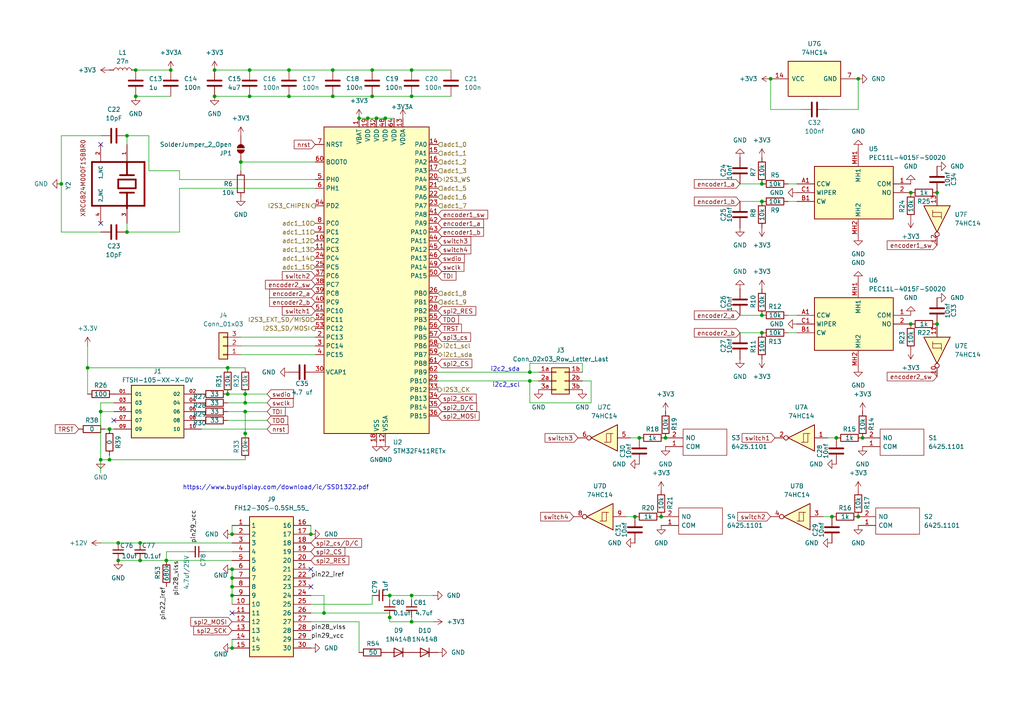
<source format=kicad_sch>
(kicad_sch (version 20231120) (generator "eeschema") (generator_version "8.0")
  (paper "A4")
  (title_block (title "stm32&IO"))
  (junction (at 264.16 55.88))
  (junction (at 113.03 172.72))
  (junction (at 119.38 180.34))
  (junction (at 36.83 67.31))
  (junction (at 96.52 27.94))
  (junction (at 72.39 20.32))
  (junction (at 17.78 53.34))
  (junction (at 49.53 20.32))
  (junction (at 67.31 172.72))
  (junction (at 69.85 46.99))
  (junction (at 71.12 125.73))
  (junction (at 83.82 20.32))
  (junction (at 184.15 149.86))
  (junction (at 39.37 20.32))
  (junction (at 67.31 165.1))
  (junction (at 71.12 116.84))
  (junction (at 107.95 20.32))
  (junction (at 271.78 93.98))
  (junction (at 62.23 27.94))
  (junction (at 96.52 20.32))
  (junction (at 104.14 34.29))
  (junction (at 31.75 124.46))
  (junction (at 39.37 27.94))
  (junction (at 25.4 106.68))
  (junction (at 185.42 127))
  (junction (at 29.21 133.35))
  (junction (at 106.68 34.29))
  (junction (at 31.75 133.35))
  (junction (at 67.31 154.94))
  (junction (at 242.57 127))
  (junction (at 191.77 149.86))
  (junction (at 109.22 34.29))
  (junction (at 111.76 34.29))
  (junction (at 153.67 110.49))
  (junction (at 67.31 167.64))
  (junction (at 113.03 179.07))
  (junction (at 153.67 107.95))
  (junction (at 67.31 170.18))
  (junction (at 93.98 177.8))
  (junction (at 71.12 114.3))
  (junction (at 48.26 162.56))
  (junction (at 248.92 149.86))
  (junction (at 40.64 157.48))
  (junction (at 264.16 93.98))
  (junction (at 71.12 119.38))
  (junction (at 107.95 27.94))
  (junction (at 119.38 20.32))
  (junction (at 66.04 114.3))
  (junction (at 220.98 91.44))
  (junction (at 34.29 162.56))
  (junction (at 29.21 119.38))
  (junction (at 220.98 53.34))
  (junction (at 90.17 154.94))
  (junction (at 40.64 162.56))
  (junction (at 271.78 55.88))
  (junction (at 62.23 20.32))
  (junction (at 83.82 27.94))
  (junction (at 119.38 27.94))
  (junction (at 193.04 127))
  (junction (at 220.98 96.52))
  (junction (at 241.3 149.86))
  (junction (at 220.98 58.42))
  (junction (at 66.04 106.68))
  (junction (at 250.19 127))
  (junction (at 119.38 172.72))
  (junction (at 67.31 187.96))
  (junction (at 34.29 157.48))
  (junction (at 36.83 39.37))
  (junction (at 248.92 22.86))
  (junction (at 72.39 27.94))
  (junction (at 223.52 22.86))
  (no_connect (at 29.21 64.77))
  (no_connect (at 90.17 170.18))
  (no_connect (at 29.21 41.91))
  (no_connect (at 33.02 121.92))
  (no_connect (at 67.31 177.8))
  (no_connect (at 90.17 165.1))
  (wire (pts (xy 43.18 39.37) (xy 36.83 39.37)))
  (wire (pts (xy 107.95 27.94) (xy 119.38 27.94)))
  (wire (pts (xy 214.63 58.42) (xy 220.98 58.42)))
  (wire (pts (xy 72.39 27.94) (xy 83.82 27.94)))
  (wire (pts (xy 90.17 175.26) (xy 107.95 175.26)))
  (wire (pts (xy 39.37 20.32) (xy 49.53 20.32)))
  (wire (pts (xy 119.38 179.07) (xy 119.38 180.34)))
  (wire (pts (xy 29.21 116.84) (xy 29.21 119.38)))
  (wire (pts (xy 90.17 152.4) (xy 90.17 154.94)))
  (wire (pts (xy 107.95 20.32) (xy 119.38 20.32)))
  (wire (pts (xy 67.31 152.4) (xy 67.31 154.94)))
  (wire (pts (xy 96.52 20.32) (xy 107.95 20.32)))
  (wire (pts (xy 69.85 102.87) (xy 91.44 102.87)))
  (wire (pts (xy 127 107.95) (xy 153.67 107.95)))
  (wire (pts (xy 91.44 52.07) (xy 52.07 52.07)))
  (wire (pts (xy 111.76 34.29) (xy 109.22 34.29)))
  (wire (pts (xy 66.04 116.84) (xy 71.12 116.84)))
  (wire (pts (xy 119.38 172.72) (xy 119.38 173.99)))
  (wire (pts (xy 71.12 119.38) (xy 71.12 125.73)))
  (wire (pts (xy 67.31 170.18) (xy 67.31 172.72)))
  (wire (pts (xy 106.68 34.29) (xy 104.14 34.29)))
  (wire (pts (xy 33.02 116.84) (xy 29.21 116.84)))
  (wire (pts (xy 93.98 172.72) (xy 93.98 177.8)))
  (wire (pts (xy 31.75 133.35) (xy 71.12 133.35)))
  (wire (pts (xy 29.21 133.35) (xy 31.75 133.35)))
  (wire (pts (xy 67.31 185.42) (xy 67.31 187.96)))
  (wire (pts (xy 111.76 34.29) (xy 114.3 34.29)))
  (wire (pts (xy 228.6 91.44) (xy 231.14 91.44)))
  (wire (pts (xy 113.03 180.34) (xy 119.38 180.34)))
  (wire (pts (xy 214.63 91.44) (xy 220.98 91.44)))
  (wire (pts (xy 171.45 116.84) (xy 153.67 116.84)))
  (wire (pts (xy 29.21 133.35) (xy 29.21 137.16)))
  (wire (pts (xy 29.21 119.38) (xy 29.21 133.35)))
  (wire (pts (xy 29.21 39.37) (xy 17.78 39.37)))
  (wire (pts (xy 153.67 105.41) (xy 153.67 107.95)))
  (wire (pts (xy 96.52 27.94) (xy 107.95 27.94)))
  (wire (pts (xy 168.91 107.95) (xy 168.91 105.41)))
  (wire (pts (xy 62.23 20.32) (xy 72.39 20.32)))
  (wire (pts (xy 62.23 27.94) (xy 72.39 27.94)))
  (wire (pts (xy 93.98 177.8) (xy 90.17 177.8)))
  (wire (pts (xy 48.26 160.02) (xy 48.26 162.56)))
  (wire (pts (xy 168.91 105.41) (xy 153.67 105.41)))
  (wire (pts (xy 153.67 116.84) (xy 153.67 110.49)))
  (wire (pts (xy 248.92 31.75) (xy 240.03 31.75)))
  (wire (pts (xy 25.4 106.68) (xy 25.4 114.3)))
  (wire (pts (xy 168.91 110.49) (xy 171.45 110.49)))
  (wire (pts (xy 43.18 49.53) (xy 43.18 39.37)))
  (wire (pts (xy 29.21 157.48) (xy 34.29 157.48)))
  (wire (pts (xy 113.03 177.8) (xy 113.03 179.07)))
  (wire (pts (xy 30.48 124.46) (xy 31.75 124.46)))
  (wire (pts (xy 69.85 100.33) (xy 91.44 100.33)))
  (wire (pts (xy 228.6 58.42) (xy 231.14 58.42)))
  (wire (pts (xy 58.42 124.46) (xy 77.47 124.46)))
  (wire (pts (xy 72.39 20.32) (xy 83.82 20.32)))
  (wire (pts (xy 36.83 39.37) (xy 36.83 41.91)))
  (wire (pts (xy 153.67 107.95) (xy 156.21 107.95)))
  (wire (pts (xy 69.85 97.79) (xy 91.44 97.79)))
  (wire (pts (xy 40.64 162.56) (xy 48.26 162.56)))
  (wire (pts (xy 67.31 172.72) (xy 67.31 175.26)))
  (wire (pts (xy 71.12 125.73) (xy 71.12 129.54)))
  (wire (pts (xy 34.29 162.56) (xy 40.64 162.56)))
  (wire (pts (xy 54.61 160.02) (xy 48.26 160.02)))
  (wire (pts (xy 106.68 34.29) (xy 109.22 34.29)))
  (wire (pts (xy 69.85 46.99) (xy 69.85 49.53)))
  (wire (pts (xy 66.04 106.68) (xy 71.12 106.68)))
  (wire (pts (xy 228.6 96.52) (xy 231.14 96.52)))
  (wire (pts (xy 66.04 121.92) (xy 77.47 121.92)))
  (wire (pts (xy 83.82 27.94) (xy 96.52 27.94)))
  (wire (pts (xy 29.21 119.38) (xy 33.02 119.38)))
  (wire (pts (xy 71.12 116.84) (xy 77.47 116.84)))
  (wire (pts (xy 181.61 149.86) (xy 184.15 149.86)))
  (wire (pts (xy 39.37 27.94) (xy 49.53 27.94)))
  (wire (pts (xy 113.03 179.07) (xy 113.03 180.34)))
  (wire (pts (xy 153.67 110.49) (xy 156.21 110.49)))
  (wire (pts (xy 232.41 31.75) (xy 223.52 31.75)))
  (wire (pts (xy 31.75 124.46) (xy 33.02 124.46)))
  (wire (pts (xy 71.12 114.3) (xy 77.47 114.3)))
  (wire (pts (xy 104.14 189.23) (xy 104.14 180.34)))
  (wire (pts (xy 71.12 119.38) (xy 77.47 119.38)))
  (wire (pts (xy 17.78 53.34) (xy 17.78 67.31)))
  (wire (pts (xy 52.07 49.53) (xy 43.18 49.53)))
  (wire (pts (xy 59.69 160.02) (xy 67.31 160.02)))
  (wire (pts (xy 71.12 114.3) (xy 71.12 116.84)))
  (wire (pts (xy 119.38 172.72) (xy 113.03 172.72)))
  (wire (pts (xy 238.76 149.86) (xy 241.3 149.86)))
  (wire (pts (xy 171.45 110.49) (xy 171.45 116.84)))
  (wire (pts (xy 119.38 20.32) (xy 130.81 20.32)))
  (wire (pts (xy 67.31 167.64) (xy 67.31 170.18)))
  (wire (pts (xy 66.04 119.38) (xy 71.12 119.38)))
  (wire (pts (xy 36.83 64.77) (xy 36.83 67.31)))
  (wire (pts (xy 214.63 53.34) (xy 220.98 53.34)))
  (wire (pts (xy 48.26 162.56) (xy 67.31 162.56)))
  (wire (pts (xy 17.78 39.37) (xy 17.78 53.34)))
  (wire (pts (xy 119.38 180.34) (xy 125.73 180.34)))
  (wire (pts (xy 119.38 27.94) (xy 130.81 27.94)))
  (wire (pts (xy 31.75 132.08) (xy 31.75 133.35)))
  (wire (pts (xy 93.98 177.8) (xy 113.03 177.8)))
  (wire (pts (xy 91.44 54.61) (xy 52.07 54.61)))
  (wire (pts (xy 248.92 22.86) (xy 248.92 31.75)))
  (wire (pts (xy 182.88 127) (xy 185.42 127)))
  (wire (pts (xy 91.44 46.99) (xy 69.85 46.99)))
  (wire (pts (xy 228.6 53.34) (xy 231.14 53.34)))
  (wire (pts (xy 34.29 157.48) (xy 40.64 157.48)))
  (wire (pts (xy 67.31 165.1) (xy 67.31 167.64)))
  (wire (pts (xy 107.95 175.26) (xy 107.95 172.72)))
  (wire (pts (xy 17.78 67.31) (xy 29.21 67.31)))
  (wire (pts (xy 113.03 172.72) (xy 113.03 173.99)))
  (wire (pts (xy 214.63 96.52) (xy 220.98 96.52)))
  (wire (pts (xy 240.03 127) (xy 242.57 127)))
  (wire (pts (xy 127 110.49) (xy 153.67 110.49)))
  (wire (pts (xy 52.07 54.61) (xy 52.07 67.31)))
  (wire (pts (xy 25.4 100.33) (xy 25.4 106.68)))
  (wire (pts (xy 66.04 114.3) (xy 71.12 114.3)))
  (wire (pts (xy 83.82 20.32) (xy 96.52 20.32)))
  (wire (pts (xy 36.83 67.31) (xy 52.07 67.31)))
  (wire (pts (xy 125.73 172.72) (xy 119.38 172.72)))
  (wire (pts (xy 90.17 180.34) (xy 104.14 180.34)))
  (wire (pts (xy 52.07 52.07) (xy 52.07 49.53)))
  (wire (pts (xy 223.52 22.86) (xy 223.52 31.75)))
  (wire (pts (xy 40.64 157.48) (xy 67.31 157.48)))
  (wire (pts (xy 66.04 106.68) (xy 25.4 106.68)))
  (wire (pts (xy 90.17 172.72) (xy 93.98 172.72)))
  (text "i2c2_sda" (at 146.558 107.188 0) (effects (font (size 1.27 1.27))))
  (text "i2c2_scl\n\n" (at 146.812 112.776 0) (effects (font (size 1.27 1.27))))
  (text "https://www.buydisplay.com/download/ic/SSD1322.pdf" (at 80.01 141.478 0) (effects (font (size 1.27 1.27))))
  (label "pin28_vlss" (at 90.17 182.88 0))
  (label "pin22_iref" (at 90.17 167.64 0))
  (label "pin29_vcc" (at 57.15 157.48 90))
  (label "pin29_vcc" (at 90.17 185.42 0))
  (label "pin22_iref" (at 48.26 170.18 270))
  (label "pin28_vlss" (at 52.07 162.56 270))
  (global_label "swdio" (shape input) (at 127 74.93 0) (property "Intersheetrefs" "${INTERSHEET_REFS}" (effects (hide yes))))
  (global_label "spi3_cs" (shape input) (at 127 97.79 0) (property "Intersheetrefs" "${INTERSHEET_REFS}" (effects (hide yes))))
  (global_label "TDO" (shape input) (at 127 92.71 0) (property "Intersheetrefs" "${INTERSHEET_REFS}" (effects (hide yes))))
  (global_label "encoder1_a" (shape input) (at 214.63 53.34 180) (property "Intersheetrefs" "${INTERSHEET_REFS}" (effects (hide yes))))
  (global_label "spi2_RES" (shape input) (at 90.17 162.56 0) (property "Intersheetrefs" "${INTERSHEET_REFS}" (effects (hide yes))))
  (global_label "encoder1_a" (shape input) (at 127 64.77 0) (property "Intersheetrefs" "${INTERSHEET_REFS}" (effects (hide yes))))
  (global_label "TDI" (shape input) (at 127 80.01 0) (property "Intersheetrefs" "${INTERSHEET_REFS}" (effects (hide yes))))
  (global_label "switch1" (shape input) (at 91.44 90.17 180) (property "Intersheetrefs" "${INTERSHEET_REFS}" (effects (hide yes))))
  (global_label "spi2_D{slash}C" (shape input) (at 127 118.11 0) (property "Intersheetrefs" "${INTERSHEET_REFS}" (effects (hide yes))))
  (global_label "switch4" (shape input) (at 166.37 149.86 180) (property "Intersheetrefs" "${INTERSHEET_REFS}" (effects (hide yes))))
  (global_label "spi2_SCK" (shape input) (at 127 115.57 0) (property "Intersheetrefs" "${INTERSHEET_REFS}" (effects (hide yes))))
  (global_label "TRST" (shape input) (at 127 95.25 0) (property "Intersheetrefs" "${INTERSHEET_REFS}" (effects (hide yes))))
  (global_label "encoder2_b" (shape input) (at 91.44 87.63 180) (property "Intersheetrefs" "${INTERSHEET_REFS}" (effects (hide yes))))
  (global_label "encoder1_sw" (shape input) (at 271.78 71.12 180) (property "Intersheetrefs" "${INTERSHEET_REFS}" (effects (hide yes))))
  (global_label "swclk" (shape input) (at 77.47 116.84 0) (property "Intersheetrefs" "${INTERSHEET_REFS}" (effects (hide yes))))
  (global_label "switch3" (shape input) (at 167.64 127 180) (property "Intersheetrefs" "${INTERSHEET_REFS}" (effects (hide yes))))
  (global_label "TDI" (shape input) (at 77.47 119.38 0) (property "Intersheetrefs" "${INTERSHEET_REFS}" (effects (hide yes))))
  (global_label "TDO" (shape input) (at 77.47 121.92 0) (property "Intersheetrefs" "${INTERSHEET_REFS}" (effects (hide yes))))
  (global_label "spi2_MOSI" (shape input) (at 127 120.65 0) (property "Intersheetrefs" "${INTERSHEET_REFS}" (effects (hide yes))))
  (global_label "spi2_CS" (shape input) (at 127 105.41 0) (property "Intersheetrefs" "${INTERSHEET_REFS}" (effects (hide yes))))
  (global_label "nrst" (shape input) (at 91.44 41.91 180) (property "Intersheetrefs" "${INTERSHEET_REFS}" (effects (hide yes))))
  (global_label "encoder2_a" (shape input) (at 214.63 91.44 180) (property "Intersheetrefs" "${INTERSHEET_REFS}" (effects (hide yes))))
  (global_label "encoder2_b" (shape input) (at 214.63 96.52 180) (property "Intersheetrefs" "${INTERSHEET_REFS}" (effects (hide yes))))
  (global_label "switch1" (shape input) (at 224.79 127 180) (property "Intersheetrefs" "${INTERSHEET_REFS}" (effects (hide yes))))
  (global_label "swdio" (shape input) (at 77.47 114.3 0) (property "Intersheetrefs" "${INTERSHEET_REFS}" (effects (hide yes))))
  (global_label "spi2_CS" (shape input) (at 90.17 160.02 0) (property "Intersheetrefs" "${INTERSHEET_REFS}" (effects (hide yes))))
  (global_label "switch3" (shape input) (at 127 69.85 0) (property "Intersheetrefs" "${INTERSHEET_REFS}" (effects (hide yes))))
  (global_label "encoder2_a" (shape input) (at 91.44 85.09 180) (property "Intersheetrefs" "${INTERSHEET_REFS}" (effects (hide yes))))
  (global_label "TRST" (shape input) (at 22.86 124.46 180) (property "Intersheetrefs" "${INTERSHEET_REFS}" (effects (hide yes))))
  (global_label "encoder2_sw" (shape input) (at 271.78 109.22 180) (property "Intersheetrefs" "${INTERSHEET_REFS}" (effects (hide yes))))
  (global_label "spi2_MOSI" (shape input) (at 67.31 180.34 180) (property "Intersheetrefs" "${INTERSHEET_REFS}" (effects (hide yes))))
  (global_label "encoder1_b" (shape input) (at 127 67.31 0) (property "Intersheetrefs" "${INTERSHEET_REFS}" (effects (hide yes))))
  (global_label "spi2_RES" (shape input) (at 127 90.17 0) (property "Intersheetrefs" "${INTERSHEET_REFS}" (effects (hide yes))))
  (global_label "encoder2_sw" (shape input) (at 91.44 82.55 180) (property "Intersheetrefs" "${INTERSHEET_REFS}" (effects (hide yes))))
  (global_label "swclk" (shape input) (at 127 77.47 0) (property "Intersheetrefs" "${INTERSHEET_REFS}" (effects (hide yes))))
  (global_label "spi2_SCK" (shape input) (at 67.31 182.88 180) (property "Intersheetrefs" "${INTERSHEET_REFS}" (effects (hide yes))))
  (global_label "switch4" (shape input) (at 127 72.39 0) (property "Intersheetrefs" "${INTERSHEET_REFS}" (effects (hide yes))))
  (global_label "spi2_cs{slash}D{slash}C" (shape input) (at 90.17 157.48 0) (property "Intersheetrefs" "${INTERSHEET_REFS}" (effects (hide yes))))
  (global_label "nrst" (shape input) (at 77.47 124.46 0) (property "Intersheetrefs" "${INTERSHEET_REFS}" (effects (hide yes))))
  (global_label "switch2" (shape input) (at 91.44 80.01 180) (property "Intersheetrefs" "${INTERSHEET_REFS}" (effects (hide yes))))
  (global_label "encoder1_b" (shape input) (at 214.63 58.42 180) (property "Intersheetrefs" "${INTERSHEET_REFS}" (effects (hide yes))))
  (global_label "switch2" (shape input) (at 223.52 149.86 180) (property "Intersheetrefs" "${INTERSHEET_REFS}" (effects (hide yes))))
  (global_label "encoder1_sw" (shape input) (at 127 62.23 0) (property "Intersheetrefs" "${INTERSHEET_REFS}" (effects (hide yes))))
  (hierarchical_label "adc1_12" (shape input) (at 91.44 69.85 180))
  (hierarchical_label "adc1_0" (shape input) (at 127 41.91 0))
  (hierarchical_label "I2S3_CHIPEN" (shape output) (at 91.44 59.69 180))
  (hierarchical_label "adc1_11" (shape input) (at 91.44 67.31 180))
  (hierarchical_label "adc1_3" (shape input) (at 127 49.53 0))
  (hierarchical_label "adc1_1" (shape input) (at 127 44.45 0))
  (hierarchical_label "adc1_7" (shape input) (at 127 59.69 0))
  (hierarchical_label "adc1_14" (shape input) (at 91.44 74.93 180))
  (hierarchical_label "adc1_8" (shape input) (at 127 85.09 0))
  (hierarchical_label "i2c1_scl" (shape output) (at 127 100.33 0))
  (hierarchical_label "adc1_15" (shape input) (at 91.44 77.47 180))
  (hierarchical_label "I2S3_CK" (shape output) (at 127 113.03 0))
  (hierarchical_label "adc1_6" (shape input) (at 127 57.15 0))
  (hierarchical_label "i2c1_sda" (shape bidirectional) (at 127 102.87 0))
  (hierarchical_label "adc1_9" (shape input) (at 127 87.63 0))
  (hierarchical_label "adc1_13" (shape input) (at 91.44 72.39 180))
  (hierarchical_label "adc1_2" (shape input) (at 127 46.99 0))
  (hierarchical_label "adc1_10" (shape input) (at 91.44 64.77 180))
  (hierarchical_label "I2S3_SD{slash}MOSI" (shape output) (at 91.44 95.25 180))
  (hierarchical_label "adc1_5" (shape input) (at 127 54.61 0))
  (hierarchical_label "I2S3_EXT_SD{slash}MISO" (shape input) (at 91.44 92.71 180))
  (hierarchical_label "I2S3_WS" (shape output) (at 127 52.07 0))
  (symbol (lib_id "Device:R") (at 250.19 123.19 180) (unit 1)
    (property "Reference" "R14" (at 252.73 124.968 90) (effects (justify right)))
    (property "Value" "10k" (at 250.19 124.968 90) (effects (justify right)))
    (property "Footprint" "Resistor_SMD:R_0805_2012Metric_Pad1.20x1.40mm_HandSolder" (effects (hide yes)))
    (property "Description" "Resistor" (effects (hide yes)))
  )
  (symbol (lib_id "power:GND") (at 248.92 43.18 180) (unit 1)
    (property "Reference" "#PWR026" (effects (hide yes)))
    (property "Value" "GND" (at 248.92 38.1 0))
    (property "Description" "Power symbol creates a global label with name \"GND\" , ground" (effects (hide yes)))
  )
  (symbol (lib_id "Device:R") (at 224.79 58.42 90) (mirror x) (unit 1)
    (property "Reference" "R9" (at 224.79 60.96 90))
    (property "Value" "10k" (at 224.79 58.42 90))
    (property "Footprint" "Resistor_SMD:R_0805_2012Metric_Pad1.20x1.40mm_HandSolder" (effects (hide yes)))
    (property "Description" "Resistor" (effects (hide yes)))
  )
  (symbol (lib_id "power:+3V3") (at 104.14 34.29 0) (unit 1)
    (property "Reference" "#PWR04" (effects (hide yes)))
    (property "Value" "+3V3" (at 104.14 29.21 0))
    (property "Description" "Power symbol creates a global label with name \"+3V3\"" (effects (hide yes)))
  )
  (symbol (lib_id "PEC11L-4015F-S0020:PEC11L-4015F-S0020") (at 248.92 43.18 270) (unit 1)
    (property "Reference" "U5" (at 251.9365 43.18 90) (effects (justify left)))
    (property "Value" "PEC11L-4015F-S0020" (at 251.9365 45.72 90) (effects (justify left)))
    (property "Footprint" "PEC11L4015FS0020" (effects (hide yes)))
    (property "Datasheet" "https://datasheet.datasheetarchive.com/originals/distributors/Datasheets-DGA5/494003.pdf" (effects (hide yes)))
    (property "Description" "Encoders 15mm Shaft Switch No Detents 20 Pulses" (effects (hide yes)))
    (property "Height" "20" (effects (hide yes)))
    (property "Mouser Part Number" "652-PEC11L4015FS0020" (effects (hide yes)))
    (property "Mouser Price/Stock" "https://www.mouser.co.uk/ProductDetail/Bourns/PEC11L-4015F-S0020?qs=Zq5ylnUbLm6yyxC6AG0M2w%3D%3D" (effects (hide yes)))
    (property "Manufacturer_Name" "Bourns" (effects (hide yes)))
    (property "Manufacturer_Part_Number" "PEC11L-4015F-S0020" (effects (hide yes)))
  )
  (symbol (lib_id "Device:C") (at 184.15 153.67 180) (unit 1)
    (property "Reference" "C31" (at 179.324 155.702 90) (effects (justify right)))
    (property "Value" "10nf" (at 181.102 155.956 90) (effects (justify right)))
    (property "Footprint" "Capacitor_SMD:C_0805_2012Metric_Pad1.18x1.45mm_HandSolder" (effects (hide yes)))
    (property "Description" "Unpolarized capacitor" (effects (hide yes)))
  )
  (symbol (lib_id "Device:R") (at 264.16 59.69 0) (unit 1)
    (property "Reference" "R24" (at 261.62 57.912 90) (effects (justify right)))
    (property "Value" "10k" (at 264.16 57.912 90) (effects (justify right)))
    (property "Footprint" "Resistor_SMD:R_0805_2012Metric_Pad1.20x1.40mm_HandSolder" (effects (hide yes)))
    (property "Description" "Resistor" (effects (hide yes)))
  )
  (symbol (lib_id "74xx:74HC14") (at 271.78 101.6 270) (unit 5)
    (property "Reference" "U7" (at 276.86 100.3299 90) (effects (justify left)))
    (property "Value" "74HC14" (at 276.86 102.8699 90) (effects (justify left)))
    (property "Footprint" "Package_SO:TSSOP-14_4.4x5mm_P0.65mm" (effects (hide yes)))
    (property "Datasheet" "http://www.ti.com/lit/gpn/sn74HC14" (effects (hide yes)))
    (property "Description" "Hex inverter schmitt trigger" (effects (hide yes)))
  )
  (symbol (lib_id "Device:R") (at 191.77 146.05 180) (unit 1)
    (property "Reference" "R21" (at 194.31 147.828 90) (effects (justify right)))
    (property "Value" "10k" (at 191.77 147.828 90) (effects (justify right)))
    (property "Footprint" "Resistor_SMD:R_0805_2012Metric_Pad1.20x1.40mm_HandSolder" (effects (hide yes)))
    (property "Description" "Resistor" (effects (hide yes)))
  )
  (symbol (lib_id "power:+3V3") (at 250.19 119.38 0) (unit 1)
    (property "Reference" "#PWR044" (effects (hide yes)))
    (property "Value" "+3V3" (at 250.19 114.3 0))
    (property "Description" "Power symbol creates a global label with name \"+3V3\"" (effects (hide yes)))
  )
  (symbol (lib_id "power:GND") (at 241.3 157.48 270) (mirror x) (unit 1)
    (property "Reference" "#PWR041" (effects (hide yes)))
    (property "Value" "GND" (at 237.49 157.4799 90) (effects (justify right)))
    (property "Description" "Power symbol creates a global label with name \"GND\" , ground" (effects (hide yes)))
  )
  (symbol (lib_id "6425.1101:6425.1101") (at 193.04 127 0) (unit 1)
    (property "Reference" "S3" (at 212.09 126.9999 0) (effects (justify left)))
    (property "Value" "6425.1101" (at 212.09 129.5399 0) (effects (justify left)))
    (property "Footprint" "64251101" (effects (hide yes)))
    (property "Datasheet" "https://www.mouser.in/datasheet/2/467/64251101_00_K-22955.pdf" (effects (hide yes)))
    (property "Description" "Tactile Switch, Single Pole Single Throw (SPST) 100 mA PCB" (effects (hide yes)))
    (property "Description_1" "Tactile Switch, Single Pole Single Throw (SPST) 100 mA PCB" (effects (hide yes)))
    (property "Height" "10.7" (effects (hide yes)))
    (property "Mouser Part Number" "979-6425.1101" (effects (hide yes)))
    (property "Mouser Price/Stock" "https://www.mouser.co.uk/ProductDetail/Marquardt-Switches/6425.1101?qs=4EOvy6wCNns%2FnM%2FnarY5Jw%3D%3D" (effects (hide yes)))
    (property "Manufacturer_Name" "MARQUARDT" (effects (hide yes)))
    (property "Manufacturer_Part_Number" "6425.1101" (effects (hide yes)))
  )
  (symbol (lib_id "power:GND") (at 67.31 165.1 270) (unit 1)
    (property "Reference" "#PWR0135" (effects (hide yes)))
    (property "Value" "GND" (at 66.04 166.878 90) (effects (justify right)))
    (property "Description" "Power symbol creates a global label with name \"GND\" , ground" (effects (hide yes)))
  )
  (symbol (lib_id "Device:R") (at 220.98 49.53 0) (mirror x) (unit 1)
    (property "Reference" "R7" (at 218.44 51.308 90) (effects (justify right)))
    (property "Value" "10k" (at 220.98 51.308 90) (effects (justify right)))
    (property "Footprint" "Resistor_SMD:R_0805_2012Metric_Pad1.20x1.40mm_HandSolder" (effects (hide yes)))
    (property "Description" "Resistor" (effects (hide yes)))
  )
  (symbol (lib_id "power:GND") (at 214.63 45.72 180) (unit 1)
    (property "Reference" "#PWR032" (effects (hide yes)))
    (property "Value" "GND" (at 214.63 40.64 0))
    (property "Description" "Power symbol creates a global label with name \"GND\" , ground" (effects (hide yes)))
  )
  (symbol (lib_id "PEC11L-4015F-S0020:PEC11L-4015F-S0020") (at 248.92 81.28 270) (unit 1)
    (property "Reference" "U6" (at 251.9365 81.28 90) (effects (justify left)))
    (property "Value" "PEC11L-4015F-S0020" (at 251.9365 83.82 90) (effects (justify left)))
    (property "Footprint" "PEC11L4015FS0020" (effects (hide yes)))
    (property "Datasheet" "https://datasheet.datasheetarchive.com/originals/distributors/Datasheets-DGA5/494003.pdf" (effects (hide yes)))
    (property "Description" "Encoders 15mm Shaft Switch No Detents 20 Pulses" (effects (hide yes)))
    (property "Height" "20" (effects (hide yes)))
    (property "Mouser Part Number" "652-PEC11L4015FS0020" (effects (hide yes)))
    (property "Mouser Price/Stock" "https://www.mouser.co.uk/ProductDetail/Bourns/PEC11L-4015F-S0020?qs=Zq5ylnUbLm6yyxC6AG0M2w%3D%3D" (effects (hide yes)))
    (property "Manufacturer_Name" "Bourns" (effects (hide yes)))
    (property "Manufacturer_Part_Number" "PEC11L-4015F-S0020" (effects (hide yes)))
  )
  (symbol (lib_id "power:GND") (at 248.92 22.86 90) (unit 1)
    (property "Reference" "#PWR057" (effects (hide yes)))
    (property "Value" "GND" (at 252.73 22.8599 90) (effects (justify right)))
    (property "Description" "Power symbol creates a global label with name \"GND\" , ground" (effects (hide yes)))
  )
  (symbol (lib_id "power:GND") (at 271.78 48.26 90) (unit 1)
    (property "Reference" "#PWR055" (effects (hide yes)))
    (property "Value" "GND" (at 275.59 48.2599 90) (effects (justify right)))
    (property "Description" "Power symbol creates a global label with name \"GND\" , ground" (effects (hide yes)))
  )
  (symbol (lib_id "power:GND") (at 67.31 187.96 270) (unit 1)
    (property "Reference" "#PWR0136" (effects (hide yes)))
    (property "Value" "GND" (at 66.04 189.738 90) (effects (justify right)))
    (property "Description" "Power symbol creates a global label with name \"GND\" , ground" (effects (hide yes)))
  )
  (symbol (lib_id "power:+3V3") (at 116.84 34.29 0) (unit 1)
    (property "Reference" "#PWR011" (effects (hide yes)))
    (property "Value" "+3V3A" (at 116.586 30.988 0))
    (property "Description" "Power symbol creates a global label with name \"+3V3\"" (effects (hide yes)))
  )
  (symbol (lib_id "Device:C") (at 214.63 100.33 180) (unit 1)
    (property "Reference" "C27" (at 209.804 102.362 90) (effects (justify right)))
    (property "Value" "10nf" (at 211.582 102.616 90) (effects (justify right)))
    (property "Footprint" "Capacitor_SMD:C_0805_2012Metric_Pad1.18x1.45mm_HandSolder" (effects (hide yes)))
    (property "Description" "Unpolarized capacitor" (effects (hide yes)))
  )
  (symbol (lib_id "Device:R") (at 220.98 100.33 0) (unit 1)
    (property "Reference" "R11" (at 218.44 98.552 90) (effects (justify right)))
    (property "Value" "10k" (at 220.98 98.552 90) (effects (justify right)))
    (property "Footprint" "Resistor_SMD:R_0805_2012Metric_Pad1.20x1.40mm_HandSolder" (effects (hide yes)))
    (property "Description" "Resistor" (effects (hide yes)))
  )
  (symbol (lib_id "Device:C") (at 185.42 130.81 180) (unit 1)
    (property "Reference" "C30" (at 180.594 132.842 90) (effects (justify right)))
    (property "Value" "10nf" (at 182.372 133.096 90) (effects (justify right)))
    (property "Footprint" "Capacitor_SMD:C_0805_2012Metric_Pad1.18x1.45mm_HandSolder" (effects (hide yes)))
    (property "Description" "Unpolarized capacitor" (effects (hide yes)))
  )
  (symbol (lib_id "power:GND") (at 39.37 27.94 0) (unit 1)
    (property "Reference" "#PWR012" (effects (hide yes)))
    (property "Value" "GND" (at 39.37 33.02 0))
    (property "Description" "Power symbol creates a global label with name \"GND\" , ground" (effects (hide yes)))
  )
  (symbol (lib_id "6425.1101:6425.1101") (at 248.92 149.86 0) (unit 1)
    (property "Reference" "S2" (at 267.97 149.8599 0) (effects (justify left)))
    (property "Value" "6425.1101" (at 267.97 152.3999 0) (effects (justify left)))
    (property "Footprint" "64251101" (effects (hide yes)))
    (property "Datasheet" "https://www.mouser.in/datasheet/2/467/64251101_00_K-22955.pdf" (effects (hide yes)))
    (property "Description" "Tactile Switch, Single Pole Single Throw (SPST) 100 mA PCB" (effects (hide yes)))
    (property "Description_1" "Tactile Switch, Single Pole Single Throw (SPST) 100 mA PCB" (effects (hide yes)))
    (property "Height" "10.7" (effects (hide yes)))
    (property "Mouser Part Number" "979-6425.1101" (effects (hide yes)))
    (property "Mouser Price/Stock" "https://www.mouser.co.uk/ProductDetail/Marquardt-Switches/6425.1101?qs=4EOvy6wCNns%2FnM%2FnarY5Jw%3D%3D" (effects (hide yes)))
    (property "Manufacturer_Name" "MARQUARDT" (effects (hide yes)))
    (property "Manufacturer_Part_Number" "6425.1101" (effects (hide yes)))
  )
  (symbol (lib_id "MCU_ST_STM32F4:STM32F411RETx") (at 109.22 82.55 0) (unit 1)
    (property "Reference" "U2" (at 113.9541 128.27 0) (effects (justify left)))
    (property "Value" "STM32F411RETx" (at 113.9541 130.81 0) (effects (justify left)))
    (property "Footprint" "Package_QFP:LQFP-64_10x10mm_P0.5mm" (effects (hide yes)))
    (property "Datasheet" "https://www.st.com/resource/en/datasheet/stm32f411re.pdf" (effects (hide yes)))
    (property "Description" "STMicroelectronics Arm Cortex-M4 MCU, 512KB flash, 128KB RAM, 100 MHz, 1.7-3.6V, 50 GPIO, LQFP64" (effects (hide yes)))
  )
  (symbol (lib_id "power:GND") (at 248.92 106.68 0) (unit 1)
    (property "Reference" "#PWR038" (effects (hide yes)))
    (property "Value" "GND" (at 248.92 111.76 0))
    (property "Description" "Power symbol creates a global label with name \"GND\" , ground" (effects (hide yes)))
  )
  (symbol (lib_id "power:GND") (at 214.63 104.14 0) (mirror y) (unit 1)
    (property "Reference" "#PWR027" (effects (hide yes)))
    (property "Value" "GND" (at 214.63 109.22 0))
    (property "Description" "Power symbol creates a global label with name \"GND\" , ground" (effects (hide yes)))
  )
  (symbol (lib_id "74xx:74HC14") (at 271.78 63.5 270) (unit 6)
    (property "Reference" "U7" (at 276.86 62.2299 90) (effects (justify left)))
    (property "Value" "74HC14" (at 276.86 64.7699 90) (effects (justify left)))
    (property "Footprint" "Package_SO:TSSOP-14_4.4x5mm_P0.65mm" (effects (hide yes)))
    (property "Datasheet" "http://www.ti.com/lit/gpn/sn74HC14" (effects (hide yes)))
    (property "Description" "Hex inverter schmitt trigger" (effects (hide yes)))
  )
  (symbol (lib_id "Device:C") (at 242.57 130.81 180) (unit 1)
    (property "Reference" "C28" (at 237.744 132.842 90) (effects (justify right)))
    (property "Value" "10nf" (at 239.522 133.096 90) (effects (justify right)))
    (property "Footprint" "Capacitor_SMD:C_0805_2012Metric_Pad1.18x1.45mm_HandSolder" (effects (hide yes)))
    (property "Description" "Unpolarized capacitor" (effects (hide yes)))
  )
  (symbol (lib_id "power:GND") (at 248.92 81.28 180) (unit 1)
    (property "Reference" "#PWR037" (effects (hide yes)))
    (property "Value" "GND" (at 248.92 76.2 0))
    (property "Description" "Power symbol creates a global label with name \"GND\" , ground" (effects (hide yes)))
  )
  (symbol (lib_id "Diode:1N4148") (at 115.57 189.23 180) (unit 1)
    (property "Reference" "D9" (at 115.57 182.88 0))
    (property "Value" "1N4148" (at 115.57 185.42 0))
    (property "Footprint" "Diode_THT:D_DO-35_SOD27_P7.62mm_Horizontal" (effects (hide yes)))
    (property "Datasheet" "https://assets.nexperia.com/documents/data-sheet/1N4148_1N4448.pdf" (effects (hide yes)))
    (property "Description" "100V 0.15A standard switching diode, DO-35" (effects (hide yes)))
    (property "Sim.Device" "D" (effects (hide yes)))
    (property "Sim.Pins" "1=K 2=A" (effects (hide yes)))
  )
  (symbol (lib_id "power:+3V3") (at 220.98 83.82 0) (unit 1)
    (property "Reference" "#PWR028" (effects (hide yes)))
    (property "Value" "+3V3" (at 220.98 78.74 0))
    (property "Description" "Power symbol creates a global label with name \"+3V3\"" (effects (hide yes)))
  )
  (symbol (lib_id "Device:C_Small") (at 40.64 160.02 0) (unit 1)
    (property "Reference" "C77" (at 41.148 158.242 0) (effects (justify left)))
    (property "Value" "0.1uf" (at 41.656 161.29 0) (effects (justify left)))
    (property "Description" "Unpolarized capacitor, small symbol" (effects (hide yes)))
  )
  (symbol (lib_id "power:+3V3") (at 264.16 63.5 180) (unit 1)
    (property "Reference" "#PWR054" (effects (hide yes)))
    (property "Value" "+3V3" (at 264.16 68.58 0))
    (property "Description" "Power symbol creates a global label with name \"+3V3\"" (effects (hide yes)))
  )
  (symbol (lib_id "power:+3V3") (at 31.75 20.32 90) (unit 1)
    (property "Reference" "#PWR014" (effects (hide yes)))
    (property "Value" "+3V3" (at 27.94 20.3199 90) (effects (justify left)))
    (property "Description" "Power symbol creates a global label with name \"+3V3\"" (effects (hide yes)))
  )
  (symbol (lib_id "Device:C") (at 62.23 24.13 0) (unit 1)
    (property "Reference" "C15" (at 66.04 22.8599 0) (effects (justify left)))
    (property "Value" "4u7" (at 66.04 25.3999 0) (effects (justify left)))
    (property "Footprint" "Capacitor_SMD:C_0805_2012Metric_Pad1.18x1.45mm_HandSolder" (effects (hide yes)))
    (property "Description" "Unpolarized capacitor" (effects (hide yes)))
  )
  (symbol (lib_id "Device:R") (at 245.11 149.86 90) (unit 1)
    (property "Reference" "R16" (at 245.11 147.32 90))
    (property "Value" "1k" (at 245.11 149.86 90))
    (property "Footprint" "Resistor_SMD:R_0805_2012Metric_Pad1.20x1.40mm_HandSolder" (effects (hide yes)))
    (property "Description" "Resistor" (effects (hide yes)))
  )
  (symbol (lib_id "Device:R") (at 26.67 124.46 90) (unit 1)
    (property "Reference" "R38" (at 26.67 121.92 90))
    (property "Value" "0" (at 26.67 124.46 90))
    (property "Footprint" "Resistor_SMD:R_0805_2012Metric_Pad1.20x1.40mm_HandSolder" (effects (hide yes)))
    (property "Description" "Resistor" (effects (hide yes)))
  )
  (symbol (lib_id "Device:R") (at 246.38 127 90) (unit 1)
    (property "Reference" "R15" (at 246.38 124.46 90))
    (property "Value" "1k" (at 246.38 127 90))
    (property "Footprint" "Resistor_SMD:R_0805_2012Metric_Pad1.20x1.40mm_HandSolder" (effects (hide yes)))
    (property "Description" "Resistor" (effects (hide yes)))
  )
  (symbol (lib_id "74xx:74HC14") (at 175.26 127 180) (unit 3)
    (property "Reference" "U7" (at 175.26 118.11 0))
    (property "Value" "74HC14" (at 175.26 120.65 0))
    (property "Footprint" "Package_SO:TSSOP-14_4.4x5mm_P0.65mm" (effects (hide yes)))
    (property "Datasheet" "http://www.ti.com/lit/gpn/sn74HC14" (effects (hide yes)))
    (property "Description" "Hex inverter schmitt trigger" (effects (hide yes)))
  )
  (symbol (lib_id "power:GND") (at 248.92 152.4 0) (unit 1)
    (property "Reference" "#PWR043" (effects (hide yes)))
    (property "Value" "GND" (at 248.92 157.48 0))
    (property "Description" "Power symbol creates a global label with name \"GND\" , ground" (effects (hide yes)))
  )
  (symbol (lib_id "Device:C_Small") (at 34.29 160.02 0) (unit 1)
    (property "Reference" "C76" (at 34.798 158.242 0) (effects (justify left)))
    (property "Value" "10uf" (at 35.306 161.29 0) (effects (justify left)))
    (property "Description" "Unpolarized capacitor, small symbol" (effects (hide yes)))
  )
  (symbol (lib_id "power:GND") (at 67.31 154.94 270) (unit 1)
    (property "Reference" "#PWR0134" (effects (hide yes)))
    (property "Value" "GND" (at 63.5 154.9399 90) (effects (justify right)))
    (property "Description" "Power symbol creates a global label with name \"GND\" , ground" (effects (hide yes)))
  )
  (symbol (lib_id "Device:C") (at 119.38 24.13 0) (unit 1)
    (property "Reference" "C20" (at 123.19 22.8599 0) (effects (justify left)))
    (property "Value" "100n" (at 123.19 25.3999 0) (effects (justify left)))
    (property "Footprint" "Capacitor_SMD:C_0805_2012Metric_Pad1.18x1.45mm_HandSolder" (effects (hide yes)))
    (property "Description" "Unpolarized capacitor" (effects (hide yes)))
  )
  (symbol (lib_id "power:GND") (at 191.77 152.4 0) (unit 1)
    (property "Reference" "#PWR051" (effects (hide yes)))
    (property "Value" "GND" (at 191.77 157.48 0))
    (property "Description" "Power symbol creates a global label with name \"GND\" , ground" (effects (hide yes)))
  )
  (symbol (lib_id "power:GND") (at 231.14 55.88 270) (unit 1)
    (property "Reference" "#PWR029" (effects (hide yes)))
    (property "Value" "GND" (at 227.33 55.8799 90) (effects (justify right)))
    (property "Description" "Power symbol creates a global label with name \"GND\" , ground" (effects (hide yes)))
  )
  (symbol (lib_id "Device:R") (at 264.16 97.79 0) (unit 1)
    (property "Reference" "R23" (at 261.62 96.012 90) (effects (justify right)))
    (property "Value" "10k" (at 264.16 96.012 90) (effects (justify right)))
    (property "Footprint" "Resistor_SMD:R_0805_2012Metric_Pad1.20x1.40mm_HandSolder" (effects (hide yes)))
    (property "Description" "Resistor" (effects (hide yes)))
  )
  (symbol (lib_id "Device:C_Small") (at 57.15 160.02 270) (unit 1)
    (property "Reference" "C78" (at 58.928 160.528 0) (effects (justify left)))
    (property "Value" "4.7uf/25V" (at 54.102 161.036 0) (effects (justify left)))
    (property "Description" "Unpolarized capacitor, small symbol" (effects (hide yes)))
  )
  (symbol (lib_id "Device:C") (at 72.39 24.13 0) (unit 1)
    (property "Reference" "C16" (at 76.2 22.8599 0) (effects (justify left)))
    (property "Value" "100n" (at 76.2 25.3999 0) (effects (justify left)))
    (property "Footprint" "Capacitor_SMD:C_0805_2012Metric_Pad1.18x1.45mm_HandSolder" (effects (hide yes)))
    (property "Description" "Unpolarized capacitor" (effects (hide yes)))
  )
  (symbol (lib_id "Device:R") (at 224.79 53.34 90) (unit 1)
    (property "Reference" "R5" (at 224.79 50.8 90))
    (property "Value" "10k" (at 224.79 53.34 90))
    (property "Footprint" "Resistor_SMD:R_0805_2012Metric_Pad1.20x1.40mm_HandSolder" (effects (hide yes)))
    (property "Description" "Resistor" (effects (hide yes)))
  )
  (symbol (lib_id "power:GND") (at 125.73 172.72 90) (unit 1)
    (property "Reference" "#PWR0139" (effects (hide yes)))
    (property "Value" "GND" (at 129.54 172.7199 90) (effects (justify right)))
    (property "Description" "Power symbol creates a global label with name \"GND\" , ground" (effects (hide yes)))
  )
  (symbol (lib_id "Device:C_Small") (at 110.49 172.72 90) (unit 1)
    (property "Reference" "C79" (at 108.712 172.212 0) (effects (justify left)))
    (property "Value" "1uf" (at 111.76 171.704 0) (effects (justify left)))
    (property "Description" "Unpolarized capacitor, small symbol" (effects (hide yes)))
  )
  (symbol (lib_id "power:+3V3") (at 69.85 39.37 0) (unit 1)
    (property "Reference" "#PWR020" (effects (hide yes)))
    (property "Value" "+3V3" (at 69.85 34.29 0))
    (property "Description" "Power symbol creates a global label with name \"+3V3\"" (effects (hide yes)))
  )
  (symbol (lib_id "Device:R") (at 248.92 146.05 180) (unit 1)
    (property "Reference" "R17" (at 251.46 147.828 90) (effects (justify right)))
    (property "Value" "10k" (at 248.92 147.828 90) (effects (justify right)))
    (property "Footprint" "Resistor_SMD:R_0805_2012Metric_Pad1.20x1.40mm_HandSolder" (effects (hide yes)))
    (property "Description" "Resistor" (effects (hide yes)))
  )
  (symbol (lib_id "Device:C") (at 49.53 24.13 0) (unit 1)
    (property "Reference" "C14" (at 53.34 22.8599 0) (effects (justify left)))
    (property "Value" "100n" (at 53.34 25.3999 0) (effects (justify left)))
    (property "Footprint" "Capacitor_SMD:C_0805_2012Metric_Pad1.18x1.45mm_HandSolder" (effects (hide yes)))
    (property "Description" "Unpolarized capacitor" (effects (hide yes)))
  )
  (symbol (lib_id "power:GND") (at 184.15 157.48 270) (mirror x) (unit 1)
    (property "Reference" "#PWR049" (effects (hide yes)))
    (property "Value" "GND" (at 180.34 157.4799 90) (effects (justify right)))
    (property "Description" "Power symbol creates a global label with name \"GND\" , ground" (effects (hide yes)))
  )
  (symbol (lib_id "Device:R") (at 62.23 119.38 90) (unit 1)
    (property "Reference" "R29" (at 57.912 120.142 90))
    (property "Value" "33" (at 62.23 119.38 90))
    (property "Footprint" "Resistor_SMD:R_0805_2012Metric_Pad1.20x1.40mm_HandSolder" (effects (hide yes)))
    (property "Description" "Resistor" (effects (hide yes)))
  )
  (symbol (lib_id "power:+3V3") (at 125.73 180.34 270) (unit 1)
    (property "Reference" "#PWR0140" (effects (hide yes)))
    (property "Value" "+3V3" (at 129.54 180.3399 90) (effects (justify left)))
    (property "Description" "Power symbol creates a global label with name \"+3V3\"" (effects (hide yes)))
  )
  (symbol (lib_id "power:+3V3") (at 220.98 66.04 180) (unit 1)
    (property "Reference" "#PWR035" (effects (hide yes)))
    (property "Value" "+3V3" (at 220.98 71.12 0))
    (property "Description" "Power symbol creates a global label with name \"+3V3\"" (effects (hide yes)))
  )
  (symbol (lib_id "power:GND") (at 156.21 113.03 0) (unit 1)
    (property "Reference" "#PWR060" (effects (hide yes)))
    (property "Value" "GND" (at 156.21 118.11 0))
    (property "Description" "Power symbol creates a global label with name \"GND\" , ground" (effects (hide yes)))
  )
  (symbol (lib_id "power:GND") (at 34.29 162.56 0) (unit 1)
    (property "Reference" "#PWR0133" (effects (hide yes)))
    (property "Value" "GND" (at 34.29 167.64 0))
    (property "Description" "Power symbol creates a global label with name \"GND\" , ground" (effects (hide yes)))
  )
  (symbol (lib_id "power:GND") (at 264.16 53.34 180) (unit 1)
    (property "Reference" "#PWR031" (effects (hide yes)))
    (property "Value" "GND" (at 264.16 48.26 0))
    (property "Description" "Power symbol creates a global label with name \"GND\" , ground" (effects (hide yes)))
  )
  (symbol (lib_id "Device:C") (at 87.63 107.95 270) (unit 1)
    (property "Reference" "C35" (at 87.63 111.252 90))
    (property "Value" "4.7 uf" (at 87.63 113.792 90))
    (property "Description" "Unpolarized capacitor" (effects (hide yes)))
  )
  (symbol (lib_id "Device:C") (at 107.95 24.13 0) (unit 1)
    (property "Reference" "C19" (at 111.76 22.8599 0) (effects (justify left)))
    (property "Value" "100n" (at 111.76 25.3999 0) (effects (justify left)))
    (property "Footprint" "Capacitor_SMD:C_0805_2012Metric_Pad1.18x1.45mm_HandSolder" (effects (hide yes)))
    (property "Description" "Unpolarized capacitor" (effects (hide yes)))
  )
  (symbol (lib_id "power:GND") (at 168.91 113.03 0) (unit 1)
    (property "Reference" "#PWR061" (effects (hide yes)))
    (property "Value" "GND" (at 168.91 118.11 0))
    (property "Description" "Power symbol creates a global label with name \"GND\" , ground" (effects (hide yes)))
  )
  (symbol (lib_id "power:GND") (at 214.63 66.04 0) (mirror y) (unit 1)
    (property "Reference" "#PWR034" (effects (hide yes)))
    (property "Value" "GND" (at 214.63 71.12 0))
    (property "Description" "Power symbol creates a global label with name \"GND\" , ground" (effects (hide yes)))
  )
  (symbol (lib_id "power:GND") (at 214.63 83.82 180) (unit 1)
    (property "Reference" "#PWR024" (effects (hide yes)))
    (property "Value" "GND" (at 214.63 78.74 0))
    (property "Description" "Power symbol creates a global label with name \"GND\" , ground" (effects (hide yes)))
  )
  (symbol (lib_id "power:GND") (at 83.82 107.95 270) (unit 1)
    (property "Reference" "#PWR066" (effects (hide yes)))
    (property "Value" "GND" (at 80.01 107.9499 90) (effects (justify right)))
    (property "Description" "Power symbol creates a global label with name \"GND\" , ground" (effects (hide yes)))
  )
  (symbol (lib_id "power:GND") (at 248.92 68.58 0) (unit 1)
    (property "Reference" "#PWR025" (effects (hide yes)))
    (property "Value" "GND" (at 248.92 73.66 0))
    (property "Description" "Power symbol creates a global label with name \"GND\" , ground" (effects (hide yes)))
  )
  (symbol (lib_id "power:GND") (at 111.76 128.27 0) (unit 1)
    (property "Reference" "#PWR023" (effects (hide yes)))
    (property "Value" "GND" (at 111.76 133.35 0))
    (property "Description" "Power symbol creates a global label with name \"GND\" , ground" (effects (hide yes)))
  )
  (symbol (lib_id "power:+3V3") (at 191.77 142.24 0) (unit 1)
    (property "Reference" "#PWR050" (effects (hide yes)))
    (property "Value" "+3V3" (at 191.77 137.16 0))
    (property "Description" "Power symbol creates a global label with name \"+3V3\"" (effects (hide yes)))
  )
  (symbol (lib_id "power:+12V") (at 29.21 157.48 90) (unit 1)
    (property "Reference" "#PWR0132" (effects (hide yes)))
    (property "Value" "+12V" (at 25.4 157.4799 90) (effects (justify left)))
    (property "Description" "Power symbol creates a global label with name \"+12V\"" (effects (hide yes)))
  )
  (symbol (lib_id "74xx:74HC14") (at 236.22 22.86 90) (unit 7)
    (property "Reference" "U7" (at 236.22 12.7 90))
    (property "Value" "74HC14" (at 236.22 15.24 90))
    (property "Footprint" "Package_SO:TSSOP-14_4.4x5mm_P0.65mm" (effects (hide yes)))
    (property "Datasheet" "http://www.ti.com/lit/gpn/sn74HC14" (effects (hide yes)))
    (property "Description" "Hex inverter schmitt trigger" (effects (hide yes)))
  )
  (symbol (lib_id "FH12-30S-0_5SH_55_:FH12-30S-0.5SH_55_") (at 67.31 152.4 0) (unit 1)
    (property "Reference" "J9" (at 78.74 144.78 0))
    (property "Value" "FH12-30S-0.5SH_55_" (at 78.74 147.32 0))
    (property "Footprint" "FH12-30S-0.5SH(55)" (effects (hide yes)))
    (property "Datasheet" "https://datasheet.datasheetarchive.com/originals/distributors/SFDatasheet-1/sf-00023459.pdf" (effects (hide yes)))
    (property "Description" "FFC,0.5mm Pitch,Bottom Contact, 30 way Hirose FH12 Series 0.5mm Pitch 30 Way Right Angle SMT Female FPC Connector, ZIF Bottom Contact" (effects (hide yes)))
    (property "Mouser Part Number" "798-FH12-30S-0.5SH55" (effects (hide yes)))
    (property "Mouser Price/Stock" "https://www.mouser.co.uk/ProductDetail/Hirose-Connector/FH12-30S-0.5SH55?qs=Ux3WWAnHpjDiuDCCFg4TXg%3D%3D" (effects (hide yes)))
    (property "Manufacturer_Name" "Hirose" (effects (hide yes)))
    (property "Manufacturer_Part_Number" "FH12-30S-0.5SH(55)" (effects (hide yes)))
  )
  (symbol (lib_id "power:GND") (at 109.22 128.27 0) (unit 1)
    (property "Reference" "#PWR018" (effects (hide yes)))
    (property "Value" "GND" (at 109.22 133.35 0))
    (property "Description" "Power symbol creates a global label with name \"GND\" , ground" (effects (hide yes)))
  )
  (symbol (lib_id "Device:R") (at 71.12 110.49 180) (unit 1)
    (property "Reference" "R32" (at 68.58 110.49 90))
    (property "Value" "10k" (at 71.12 110.49 90))
    (property "Footprint" "Resistor_SMD:R_0805_2012Metric_Pad1.20x1.40mm_HandSolder" (effects (hide yes)))
    (property "Description" "Resistor" (effects (hide yes)))
  )
  (symbol (lib_id "Device:R") (at 62.23 121.92 90) (unit 1)
    (property "Reference" "R30" (at 57.912 122.682 90))
    (property "Value" "33" (at 62.23 121.92 90))
    (property "Footprint" "Resistor_SMD:R_0805_2012Metric_Pad1.20x1.40mm_HandSolder" (effects (hide yes)))
    (property "Description" "Resistor" (effects (hide yes)))
  )
  (symbol (lib_id "Device:R") (at 220.98 62.23 0) (unit 1)
    (property "Reference" "R8" (at 218.44 60.452 90) (effects (justify right)))
    (property "Value" "10k" (at 220.98 60.452 90) (effects (justify right)))
    (property "Footprint" "Resistor_SMD:R_0805_2012Metric_Pad1.20x1.40mm_HandSolder" (effects (hide yes)))
    (property "Description" "Resistor" (effects (hide yes)))
  )
  (symbol (lib_id "power:GND") (at 242.57 134.62 270) (mirror x) (unit 1)
    (property "Reference" "#PWR045" (effects (hide yes)))
    (property "Value" "GND" (at 238.76 134.6199 90) (effects (justify right)))
    (property "Description" "Power symbol creates a global label with name \"GND\" , ground" (effects (hide yes)))
  )
  (symbol (lib_id "Device:R") (at 66.04 110.49 180) (unit 1)
    (property "Reference" "R31" (at 63.5 110.49 90))
    (property "Value" "10k" (at 66.04 110.49 90))
    (property "Footprint" "Resistor_SMD:R_0805_2012Metric_Pad1.20x1.40mm_HandSolder" (effects (hide yes)))
    (property "Description" "Resistor" (effects (hide yes)))
  )
  (symbol (lib_id "Device:R") (at 31.75 128.27 0) (unit 1)
    (property "Reference" "R39" (at 34.29 128.27 90))
    (property "Value" "0" (at 31.75 128.27 90))
    (property "Footprint" "Resistor_SMD:R_0805_2012Metric_Pad1.20x1.40mm_HandSolder" (effects (hide yes)))
    (property "Description" "Resistor" (effects (hide yes)))
  )
  (symbol (lib_id "power:GND") (at 29.21 133.35 0) (unit 1)
    (property "Reference" "#PWR059" (effects (hide yes)))
    (property "Value" "GND" (at 29.21 138.43 0))
    (property "Description" "Power symbol creates a global label with name \"GND\" , ground" (effects (hide yes)))
  )
  (symbol (lib_id "Device:R") (at 224.79 91.44 90) (unit 1)
    (property "Reference" "R12" (at 224.79 88.9 90))
    (property "Value" "10k" (at 224.79 91.44 90))
    (property "Footprint" "Resistor_SMD:R_0805_2012Metric_Pad1.20x1.40mm_HandSolder" (effects (hide yes)))
    (property "Description" "Resistor" (effects (hide yes)))
  )
  (symbol (lib_id "6425.1101:6425.1101") (at 250.19 127 0) (unit 1)
    (property "Reference" "S1" (at 269.24 126.9999 0) (effects (justify left)))
    (property "Value" "6425.1101" (at 269.24 129.5399 0) (effects (justify left)))
    (property "Footprint" "64251101" (effects (hide yes)))
    (property "Datasheet" "https://www.mouser.in/datasheet/2/467/64251101_00_K-22955.pdf" (effects (hide yes)))
    (property "Description" "Tactile Switch, Single Pole Single Throw (SPST) 100 mA PCB" (effects (hide yes)))
    (property "Description_1" "Tactile Switch, Single Pole Single Throw (SPST) 100 mA PCB" (effects (hide yes)))
    (property "Height" "10.7" (effects (hide yes)))
    (property "Mouser Part Number" "979-6425.1101" (effects (hide yes)))
    (property "Mouser Price/Stock" "https://www.mouser.co.uk/ProductDetail/Marquardt-Switches/6425.1101?qs=4EOvy6wCNns%2FnM%2FnarY5Jw%3D%3D" (effects (hide yes)))
    (property "Manufacturer_Name" "MARQUARDT" (effects (hide yes)))
    (property "Manufacturer_Part_Number" "6425.1101" (effects (hide yes)))
  )
  (symbol (lib_id "power:GND") (at 271.78 86.36 90) (unit 1)
    (property "Reference" "#PWR053" (effects (hide yes)))
    (property "Value" "GND" (at 275.59 86.3599 90) (effects (justify right)))
    (property "Description" "Power symbol creates a global label with name \"GND\" , ground" (effects (hide yes)))
  )
  (symbol (lib_id "Device:R") (at 69.85 53.34 0) (mirror y) (unit 1)
    (property "Reference" "R6" (at 67.564 53.34 0) (effects (justify left)))
    (property "Value" "10k" (at 68.072 55.88 0) (effects (justify left)))
    (property "Footprint" "Resistor_SMD:R_0805_2012Metric_Pad1.20x1.40mm_HandSolder" (effects (hide yes)))
    (property "Description" "Resistor" (effects (hide yes)))
  )
  (symbol (lib_id "Device:C") (at 271.78 52.07 0) (unit 1)
    (property "Reference" "C34" (at 276.606 50.038 90) (effects (justify right)))
    (property "Value" "10nf" (at 274.828 49.784 90) (effects (justify right)))
    (property "Footprint" "Capacitor_SMD:C_0805_2012Metric_Pad1.18x1.45mm_HandSolder" (effects (hide yes)))
    (property "Description" "Unpolarized capacitor" (effects (hide yes)))
  )
  (symbol (lib_id "Jumper:SolderJumper_2_Open") (at 69.85 43.18 90) (unit 1) (exclude_from_sim yes) (in_bom no)
    (property "Reference" "JP1" (at 67.31 44.4501 90) (effects (justify left)))
    (property "Value" "SolderJumper_2_Open" (at 67.31 41.9101 90) (effects (justify left)))
    (property "Footprint" "Jumper:SolderJumper-2_P1.3mm_Open_Pad1.0x1.5mm" (effects (hide yes)))
    (property "Description" "Solder Jumper, 2-pole, open" (effects (hide yes)))
  )
  (symbol (lib_id "power:+3V3") (at 223.52 22.86 90) (unit 1)
    (property "Reference" "#PWR056" (effects (hide yes)))
    (property "Value" "+3V3" (at 219.71 22.8599 90) (effects (justify left)))
    (property "Description" "Power symbol creates a global label with name \"+3V3\"" (effects (hide yes)))
  )
  (symbol (lib_id "Device:L") (at 35.56 20.32 90) (unit 1)
    (property "Reference" "L1" (at 35.56 15.24 90))
    (property "Value" "27n" (at 35.56 17.78 90))
    (property "Footprint" "Inductor_SMD:L_TDK_NLV25_2.5x2.0mm" (effects (hide yes)))
    (property "Description" "Inductor" (effects (hide yes)))
  )
  (symbol (lib_id "Device:C") (at 39.37 24.13 0) (unit 1)
    (property "Reference" "C13" (at 43.18 22.8599 0) (effects (justify left)))
    (property "Value" "1u" (at 43.18 25.3999 0) (effects (justify left)))
    (property "Footprint" "Capacitor_SMD:C_0805_2012Metric_Pad1.18x1.45mm_HandSolder" (effects (hide yes)))
    (property "Description" "Unpolarized capacitor" (effects (hide yes)))
  )
  (symbol (lib_id "Device:R") (at 62.23 116.84 90) (unit 1)
    (property "Reference" "R28" (at 57.912 117.602 90))
    (property "Value" "33" (at 62.23 116.84 90))
    (property "Footprint" "Resistor_SMD:R_0805_2012Metric_Pad1.20x1.40mm_HandSolder" (effects (hide yes)))
    (property "Description" "Resistor" (effects (hide yes)))
  )
  (symbol (lib_id "Device:R") (at 220.98 87.63 0) (mirror x) (unit 1)
    (property "Reference" "R10" (at 218.44 89.408 90) (effects (justify right)))
    (property "Value" "10k" (at 220.98 89.408 90) (effects (justify right)))
    (property "Footprint" "Resistor_SMD:R_0805_2012Metric_Pad1.20x1.40mm_HandSolder" (effects (hide yes)))
    (property "Description" "Resistor" (effects (hide yes)))
  )
  (symbol (lib_id "power:GND") (at 185.42 134.62 270) (mirror x) (unit 1)
    (property "Reference" "#PWR046" (effects (hide yes)))
    (property "Value" "GND" (at 181.61 134.6199 90) (effects (justify right)))
    (property "Description" "Power symbol creates a global label with name \"GND\" , ground" (effects (hide yes)))
  )
  (symbol (lib_id "Device:R") (at 107.95 189.23 90) (unit 1)
    (property "Reference" "R54" (at 108.204 186.69 90))
    (property "Value" "50" (at 108.204 189.23 90))
    (property "Description" "Resistor" (effects (hide yes)))
  )
  (symbol (lib_id "Device:R") (at 29.21 114.3 90) (unit 1)
    (property "Reference" "R26" (at 29.21 111.76 90))
    (property "Value" "100" (at 29.21 114.3 90))
    (property "Footprint" "Resistor_SMD:R_0805_2012Metric_Pad1.20x1.40mm_HandSolder" (effects (hide yes)))
    (property "Description" "Resistor" (effects (hide yes)))
  )
  (symbol (lib_id "power:GND") (at 90.17 154.94 90) (unit 1)
    (property "Reference" "#PWR0137" (effects (hide yes)))
    (property "Value" "GND" (at 93.98 154.9399 90) (effects (justify right)))
    (property "Description" "Power symbol creates a global label with name \"GND\" , ground" (effects (hide yes)))
  )
  (symbol (lib_id "power:+3.3V") (at 25.4 100.33 0) (unit 1)
    (property "Reference" "#PWR058" (effects (hide yes)))
    (property "Value" "+3.3V" (at 25.4 95.25 0))
    (property "Description" "Power symbol creates a global label with name \"+3.3V\"" (effects (hide yes)))
  )
  (symbol (lib_id "Device:R") (at 224.79 96.52 90) (mirror x) (unit 1)
    (property "Reference" "R13" (at 224.79 99.06 90))
    (property "Value" "10k" (at 224.79 96.52 90))
    (property "Footprint" "Resistor_SMD:R_0805_2012Metric_Pad1.20x1.40mm_HandSolder" (effects (hide yes)))
    (property "Description" "Resistor" (effects (hide yes)))
  )
  (symbol (lib_id "Device:R") (at 71.12 129.54 180) (unit 1)
    (property "Reference" "R33" (at 68.58 129.54 90))
    (property "Value" "10k" (at 71.12 129.54 90))
    (property "Footprint" "Resistor_SMD:R_0805_2012Metric_Pad1.20x1.40mm_HandSolder" (effects (hide yes)))
    (property "Description" "Resistor" (effects (hide yes)))
  )
  (symbol (lib_id "power:GND") (at 193.04 129.54 0) (unit 1)
    (property "Reference" "#PWR048" (effects (hide yes)))
    (property "Value" "GND" (at 193.04 134.62 0))
    (property "Description" "Power symbol creates a global label with name \"GND\" , ground" (effects (hide yes)))
  )
  (symbol (lib_id "Device:C_Small") (at 113.03 176.53 0) (unit 1)
    (property "Reference" "C80" (at 113.538 174.752 0) (effects (justify left)))
    (property "Value" "0.1uf" (at 114.046 177.8 0) (effects (justify left)))
    (property "Description" "Unpolarized capacitor, small symbol" (effects (hide yes)))
  )
  (symbol (lib_id "power:+3V3") (at 193.04 119.38 0) (unit 1)
    (property "Reference" "#PWR047" (effects (hide yes)))
    (property "Value" "+3V3" (at 193.04 114.3 0))
    (property "Description" "Power symbol creates a global label with name \"+3V3\"" (effects (hide yes)))
  )
  (symbol (lib_id "Device:C") (at 241.3 153.67 180) (unit 1)
    (property "Reference" "C29" (at 236.474 155.702 90) (effects (justify right)))
    (property "Value" "10nf" (at 238.252 155.956 90) (effects (justify right)))
    (property "Footprint" "Capacitor_SMD:C_0805_2012Metric_Pad1.18x1.45mm_HandSolder" (effects (hide yes)))
    (property "Description" "Unpolarized capacitor" (effects (hide yes)))
  )
  (symbol (lib_id "power:GND") (at 17.78 53.34 270) (unit 1)
    (property "Reference" "#PWR017" (effects (hide yes)))
    (property "Value" "GND" (at 13.97 53.3399 90) (effects (justify right)))
    (property "Description" "Power symbol creates a global label with name \"GND\" , ground" (effects (hide yes)))
  )
  (symbol (lib_id "power:GND") (at 264.16 91.44 180) (unit 1)
    (property "Reference" "#PWR039" (effects (hide yes)))
    (property "Value" "GND" (at 264.16 86.36 0))
    (property "Description" "Power symbol creates a global label with name \"GND\" , ground" (effects (hide yes)))
  )
  (symbol (lib_id "Diode:1N4148") (at 123.19 189.23 180) (unit 1)
    (property "Reference" "D10" (at 123.19 182.88 0))
    (property "Value" "1N4148" (at 123.19 185.42 0))
    (property "Footprint" "Diode_THT:D_DO-35_SOD27_P7.62mm_Horizontal" (effects (hide yes)))
    (property "Datasheet" "https://assets.nexperia.com/documents/data-sheet/1N4148_1N4448.pdf" (effects (hide yes)))
    (property "Description" "100V 0.15A standard switching diode, DO-35" (effects (hide yes)))
    (property "Sim.Device" "D" (effects (hide yes)))
    (property "Sim.Pins" "1=K 2=A" (effects (hide yes)))
  )
  (symbol (lib_id "Device:C") (at 271.78 90.17 0) (unit 1)
    (property "Reference" "C33" (at 276.606 88.138 90) (effects (justify right)))
    (property "Value" "10nf" (at 274.828 87.884 90) (effects (justify right)))
    (property "Footprint" "Capacitor_SMD:C_0805_2012Metric_Pad1.18x1.45mm_HandSolder" (effects (hide yes)))
    (property "Description" "Unpolarized capacitor" (effects (hide yes)))
  )
  (symbol (lib_id "Connector_Generic:Conn_02x03_Row_Letter_Last") (at 161.29 110.49 0) (unit 1)
    (property "Reference" "J3" (at 162.56 101.6 0))
    (property "Value" "Conn_02x03_Row_Letter_Last" (at 162.56 104.14 0))
    (property "Footprint" "Connector_PinSocket_2.54mm:PinSocket_2x03_P2.54mm_Vertical" (effects (hide yes)))
    (property "Description" "Generic connector, double row, 02x03, row letter last pin numbering scheme (pin number consists of a letter for the row and a number for the pin index in this row. 1a, ..., Na; 1b, ..., Nb)), script generated (kicad-library-utils/schlib/autogen/connector/)" (effects (hide yes)))
  )
  (symbol (lib_id "74xx:74HC14") (at 173.99 149.86 180) (unit 4)
    (property "Reference" "U7" (at 173.99 140.97 0))
    (property "Value" "74HC14" (at 173.99 143.51 0))
    (property "Footprint" "Package_SO:TSSOP-14_4.4x5mm_P0.65mm" (effects (hide yes)))
    (property "Datasheet" "http://www.ti.com/lit/gpn/sn74HC14" (effects (hide yes)))
    (property "Description" "Hex inverter schmitt trigger" (effects (hide yes)))
  )
  (symbol (lib_id "Device:R") (at 267.97 93.98 270) (unit 1)
    (property "Reference" "R22" (at 267.97 96.52 90))
    (property "Value" "1k" (at 267.97 93.98 90))
    (property "Footprint" "Resistor_SMD:R_0805_2012Metric_Pad1.20x1.40mm_HandSolder" (effects (hide yes)))
    (property "Description" "Resistor" (effects (hide yes)))
  )
  (symbol (lib_id "power:+3V3") (at 62.23 20.32 0) (unit 1)
    (property "Reference" "#PWR015" (effects (hide yes)))
    (property "Value" "+3V3" (at 62.23 15.24 0))
    (property "Description" "Power symbol creates a global label with name \"+3V3\"" (effects (hide yes)))
  )
  (symbol (lib_id "power:+3V3") (at 49.53 20.32 0) (unit 1)
    (property "Reference" "#PWR013" (effects (hide yes)))
    (property "Value" "+3V3A" (at 49.53 15.24 0))
    (property "Description" "Power symbol creates a global label with name \"+3V3\"" (effects (hide yes)))
  )
  (symbol (lib_id "Device:C") (at 236.22 31.75 270) (unit 1)
    (property "Reference" "C32" (at 236.22 35.56 90))
    (property "Value" "100nf" (at 236.22 38.1 90))
    (property "Footprint" "Capacitor_SMD:C_0805_2012Metric_Pad1.18x1.45mm_HandSolder" (effects (hide yes)))
    (property "Description" "Unpolarized capacitor" (effects (hide yes)))
  )
  (symbol (lib_id "Device:R") (at 189.23 127 90) (unit 1)
    (property "Reference" "R18" (at 189.23 124.46 90))
    (property "Value" "1k" (at 189.23 127 90))
    (property "Footprint" "Resistor_SMD:R_0805_2012Metric_Pad1.20x1.40mm_HandSolder" (effects (hide yes)))
    (property "Description" "Resistor" (effects (hide yes)))
  )
  (symbol (lib_id "power:GND") (at 90.17 187.96 90) (unit 1)
    (property "Reference" "#PWR0138" (effects (hide yes)))
    (property "Value" "GND" (at 93.98 187.9599 90) (effects (justify right)))
    (property "Description" "Power symbol creates a global label with name \"GND\" , ground" (effects (hide yes)))
  )
  (symbol (lib_id "74xx:74HC14") (at 232.41 127 180) (unit 1)
    (property "Reference" "U7" (at 232.41 118.11 0))
    (property "Value" "74HC14" (at 232.41 120.65 0))
    (property "Footprint" "Package_SO:TSSOP-14_4.4x5mm_P0.65mm" (effects (hide yes)))
    (property "Datasheet" "http://www.ti.com/lit/gpn/sn74HC14" (effects (hide yes)))
    (property "Description" "Hex inverter schmitt trigger" (effects (hide yes)))
  )
  (symbol (lib_id "Device:C") (at 33.02 67.31 90) (unit 1)
    (property "Reference" "C23" (at 33.02 71.374 90))
    (property "Value" "10pF" (at 33.02 73.914 90))
    (property "Footprint" "Capacitor_SMD:C_0805_2012Metric_Pad1.18x1.45mm_HandSolder" (effects (hide yes)))
    (property "Description" "Unpolarized capacitor" (effects (hide yes)))
  )
  (symbol (lib_id "Device:C") (at 83.82 24.13 0) (unit 1)
    (property "Reference" "C17" (at 87.63 22.8599 0) (effects (justify left)))
    (property "Value" "100n" (at 87.63 25.3999 0) (effects (justify left)))
    (property "Footprint" "Capacitor_SMD:C_0805_2012Metric_Pad1.18x1.45mm_HandSolder" (effects (hide yes)))
    (property "Description" "Unpolarized capacitor" (effects (hide yes)))
  )
  (symbol (lib_id "Device:C") (at 214.63 87.63 0) (mirror y) (unit 1)
    (property "Reference" "C26" (at 209.804 85.598 90) (effects (justify right)))
    (property "Value" "10nf" (at 211.582 85.852 90) (effects (justify right)))
    (property "Footprint" "Capacitor_SMD:C_0805_2012Metric_Pad1.18x1.45mm_HandSolder" (effects (hide yes)))
    (property "Description" "Unpolarized capacitor" (effects (hide yes)))
  )
  (symbol (lib_id "power:+3V3") (at 220.98 45.72 0) (unit 1)
    (property "Reference" "#PWR033" (effects (hide yes)))
    (property "Value" "+3V3" (at 220.98 40.64 0))
    (property "Description" "Power symbol creates a global label with name \"+3V3\"" (effects (hide yes)))
  )
  (symbol (lib_id "Device:C") (at 96.52 24.13 0) (unit 1)
    (property "Reference" "C18" (at 100.33 22.8599 0) (effects (justify left)))
    (property "Value" "100n" (at 100.33 25.3999 0) (effects (justify left)))
    (property "Footprint" "Capacitor_SMD:C_0805_2012Metric_Pad1.18x1.45mm_HandSolder" (effects (hide yes)))
    (property "Description" "Unpolarized capacitor" (effects (hide yes)))
  )
  (symbol (lib_id "74xx:74HC14") (at 231.14 149.86 180) (unit 2)
    (property "Reference" "U7" (at 231.14 140.97 0))
    (property "Value" "74HC14" (at 231.14 143.51 0))
    (property "Footprint" "Package_SO:TSSOP-14_4.4x5mm_P0.65mm" (effects (hide yes)))
    (property "Datasheet" "http://www.ti.com/lit/gpn/sn74HC14" (effects (hide yes)))
    (property "Description" "Hex inverter schmitt trigger" (effects (hide yes)))
  )
  (symbol (lib_id "6425.1101:6425.1101") (at 191.77 149.86 0) (unit 1)
    (property "Reference" "S4" (at 210.82 149.8599 0) (effects (justify left)))
    (property "Value" "6425.1101" (at 210.82 152.3999 0) (effects (justify left)))
    (property "Footprint" "64251101" (effects (hide yes)))
    (property "Datasheet" "https://www.mouser.in/datasheet/2/467/64251101_00_K-22955.pdf" (effects (hide yes)))
    (property "Description" "Tactile Switch, Single Pole Single Throw (SPST) 100 mA PCB" (effects (hide yes)))
    (property "Description_1" "Tactile Switch, Single Pole Single Throw (SPST) 100 mA PCB" (effects (hide yes)))
    (property "Height" "10.7" (effects (hide yes)))
    (property "Mouser Part Number" "979-6425.1101" (effects (hide yes)))
    (property "Mouser Price/Stock" "https://www.mouser.co.uk/ProductDetail/Marquardt-Switches/6425.1101?qs=4EOvy6wCNns%2FnM%2FnarY5Jw%3D%3D" (effects (hide yes)))
    (property "Manufacturer_Name" "MARQUARDT" (effects (hide yes)))
    (property "Manufacturer_Part_Number" "6425.1101" (effects (hide yes)))
  )
  (symbol (lib_id "Connector_Generic:Conn_01x03") (at 64.77 100.33 180) (unit 1)
    (property "Reference" "J4" (at 64.77 91.44 0))
    (property "Value" "Conn_01x03" (at 64.77 93.98 0))
    (property "Footprint" "Connector_PinSocket_2.54mm:PinSocket_1x03_P2.54mm_Vertical" (effects (hide yes)))
    (property "Description" "Generic connector, single row, 01x03, script generated (kicad-library-utils/schlib/autogen/connector/)" (effects (hide yes)))
  )
  (symbol (lib_id "Device:R") (at 48.26 166.37 180) (unit 1)
    (property "Reference" "R53" (at 45.72 166.116 90))
    (property "Value" "680k" (at 48.26 166.116 90))
    (property "Description" "Resistor" (effects (hide yes)))
  )
  (symbol (lib_id "power:+3V3") (at 264.16 101.6 180) (unit 1)
    (property "Reference" "#PWR052" (effects (hide yes)))
    (property "Value" "+3V3" (at 264.16 106.68 0))
    (property "Description" "Power symbol creates a global label with name \"+3V3\"" (effects (hide yes)))
  )
  (symbol (lib_id "Device:R") (at 187.96 149.86 90) (unit 1)
    (property "Reference" "R20" (at 187.96 147.32 90))
    (property "Value" "1k" (at 187.96 149.86 90))
    (property "Footprint" "Resistor_SMD:R_0805_2012Metric_Pad1.20x1.40mm_HandSolder" (effects (hide yes)))
    (property "Description" "Resistor" (effects (hide yes)))
  )
  (symbol (lib_id "Device:C_Small") (at 119.38 176.53 0) (unit 1)
    (property "Reference" "C81" (at 119.888 174.752 0) (effects (justify left)))
    (property "Value" "4.7uf" (at 120.396 177.8 0) (effects (justify left)))
    (property "Description" "Unpolarized capacitor, small symbol" (effects (hide yes)))
  )
  (symbol (lib_id "Device:C") (at 214.63 62.23 180) (unit 1)
    (property "Reference" "C25" (at 209.804 64.262 90) (effects (justify right)))
    (property "Value" "10nf" (at 211.582 64.516 90) (effects (justify right)))
    (property "Footprint" "Capacitor_SMD:C_0805_2012Metric_Pad1.18x1.45mm_HandSolder" (effects (hide yes)))
    (property "Description" "Unpolarized capacitor" (effects (hide yes)))
  )
  (symbol (lib_id "Device:R") (at 62.23 114.3 90) (unit 1)
    (property "Reference" "R27" (at 57.912 115.062 90))
    (property "Value" "33" (at 62.23 114.3 90))
    (property "Footprint" "Resistor_SMD:R_0805_2012Metric_Pad1.20x1.40mm_HandSolder" (effects (hide yes)))
    (property "Description" "Resistor" (effects (hide yes)))
  )
  (symbol (lib_id "Device:C") (at 214.63 49.53 0) (mirror y) (unit 1)
    (property "Reference" "C24" (at 209.804 47.498 90) (effects (justify right)))
    (property "Value" "10nf" (at 211.582 47.752 90) (effects (justify right)))
    (property "Footprint" "Capacitor_SMD:C_0805_2012Metric_Pad1.18x1.45mm_HandSolder" (effects (hide yes)))
    (property "Description" "Unpolarized capacitor" (effects (hide yes)))
  )
  (symbol (lib_id "power:GND") (at 127 189.23 90) (unit 1)
    (property "Reference" "#PWR0141" (effects (hide yes)))
    (property "Value" "GND" (at 130.81 189.2299 90) (effects (justify right)))
    (property "Description" "Power symbol creates a global label with name \"GND\" , ground" (effects (hide yes)))
  )
  (symbol (lib_id "power:GND") (at 250.19 129.54 0) (unit 1)
    (property "Reference" "#PWR040" (effects (hide yes)))
    (property "Value" "GND" (at 250.19 134.62 0))
    (property "Description" "Power symbol creates a global label with name \"GND\" , ground" (effects (hide yes)))
  )
  (symbol (lib_id "Device:R") (at 193.04 123.19 180) (unit 1)
    (property "Reference" "R19" (at 195.58 124.968 90) (effects (justify right)))
    (property "Value" "10k" (at 193.04 124.968 90) (effects (justify right)))
    (property "Footprint" "Resistor_SMD:R_0805_2012Metric_Pad1.20x1.40mm_HandSolder" (effects (hide yes)))
    (property "Description" "Resistor" (effects (hide yes)))
  )
  (symbol (lib_id "Device:R") (at 267.97 55.88 270) (unit 1)
    (property "Reference" "R25" (at 267.97 58.42 90))
    (property "Value" "1k" (at 267.97 55.88 90))
    (property "Footprint" "Resistor_SMD:R_0805_2012Metric_Pad1.20x1.40mm_HandSolder" (effects (hide yes)))
    (property "Description" "Resistor" (effects (hide yes)))
  )
  (symbol (lib_id "MURATA_XRCGB24M000F1SBBR0:MURATA_XRCGB24M000F1SBBR0") (at 44.45 44.45 270) (unit 1)
    (property "Reference" "Y2" (at 19.812 52.578 0) (effects (justify left)))
    (property "Value" "MURATA_XRCGB24M000F1SBBR0" (effects (hide yes)))
    (property "Footprint" "MURATA_XRCGB24M000F1SBBR0:MURATA_XRCGB24M000F1SBBR0_0" (effects (hide yes)))
    (property "DigiKey_Part_Number" "490-XRCGB24M000F1SBBR0TR-ND" (effects (hide yes)))
    (property "SnapEDA_Link" "https://www.snapeda.com/parts/XRCGB24M000F1SBBR0/Murata/view-part/?ref=snap" (effects (hide yes)))
    (property "Description_1" "\n                        \n                            24 MHz ±10ppm Crystal 8pF 70 Ohms 4-SMD, No Lead\n                        \n" (effects (hide yes)))
    (property "MF" "Murata Electronics" (effects (hide yes)))
    (property "Package" "SMD-4 Murata Electronics" (effects (hide yes)))
    (property "Check_prices" "https://www.snapeda.com/parts/XRCGB24M000F1SBBR0/Murata/view-part/?ref=eda" (effects (hide yes)))
    (property "MP" "XRCGB24M000F1SBBR0" (effects (hide yes)))
  )
  (symbol (lib_id "power:GND") (at 62.23 27.94 0) (unit 1)
    (property "Reference" "#PWR016" (effects (hide yes)))
    (property "Value" "GND" (at 62.23 33.02 0))
    (property "Description" "Power symbol creates a global label with name \"GND\" , ground" (effects (hide yes)))
  )
  (symbol (lib_id "Device:C") (at 130.81 24.13 0) (unit 1)
    (property "Reference" "C21" (at 134.62 22.8599 0) (effects (justify left)))
    (property "Value" "100n" (at 134.62 25.3999 0) (effects (justify left)))
    (property "Footprint" "Capacitor_SMD:C_0805_2012Metric_Pad1.18x1.45mm_HandSolder" (effects (hide yes)))
    (property "Description" "Unpolarized capacitor" (effects (hide yes)))
  )
  (symbol (lib_id "power:GND") (at 231.14 93.98 270) (unit 1)
    (property "Reference" "#PWR036" (effects (hide yes)))
    (property "Value" "GND" (at 227.33 93.9799 90) (effects (justify right)))
    (property "Description" "Power symbol creates a global label with name \"GND\" , ground" (effects (hide yes)))
  )
  (symbol (lib_id "power:+3V3") (at 248.92 142.24 0) (unit 1)
    (property "Reference" "#PWR042" (effects (hide yes)))
    (property "Value" "+3V3" (at 248.92 137.16 0))
    (property "Description" "Power symbol creates a global label with name \"+3V3\"" (effects (hide yes)))
  )
  (symbol (lib_id "power:GND") (at 69.85 57.15 0) (unit 1)
    (property "Reference" "#PWR019" (effects (hide yes)))
    (property "Value" "GND" (at 69.85 62.23 0))
    (property "Description" "Power symbol creates a global label with name \"GND\" , ground" (effects (hide yes)))
  )
  (symbol (lib_id "Device:C") (at 33.02 39.37 90) (unit 1)
    (property "Reference" "C22" (at 33.02 31.75 90))
    (property "Value" "10pF" (at 33.02 34.29 90))
    (property "Footprint" "Capacitor_SMD:C_0805_2012Metric_Pad1.18x1.45mm_HandSolder" (effects (hide yes)))
    (property "Description" "Unpolarized capacitor" (effects (hide yes)))
  )
  (symbol (lib_id "power:+3V3") (at 220.98 104.14 180) (unit 1)
    (property "Reference" "#PWR030" (effects (hide yes)))
    (property "Value" "+3V3" (at 220.98 109.22 0))
    (property "Description" "Power symbol creates a global label with name \"+3V3\"" (effects (hide yes)))
  )
  (symbol (lib_id "FTSH-105-XX-X-DV:FTSH-105-XX-X-DV") (at 45.72 119.38 0) (unit 1)
    (property "Reference" "J1" (at 45.72 107.696 0))
    (property "Value" "FTSH-105-XX-X-DV" (at 45.72 110.236 0))
    (property "Footprint" "FTSH-105-XX-X-DV:SAMTEC_FTSH-105-XX-X-DV" (effects (hide yes)))
    (property "MF" "Samtec" (effects (hide yes)))
    (property "Description_1" "\n                        \n                            Connector Header Surface Mount 10 position 0.050 (1.27mm)\n                        \n" (effects (hide yes)))
    (property "Package" "None" (effects (hide yes)))
    (property "Price" "None" (effects (hide yes)))
    (property "Check_prices" "https://www.snapeda.com/parts/FTSH-105-01-L-DV-K-TR/Samtec+Inc./view-part/?ref=eda" (effects (hide yes)))
    (property "STANDARD" "Manufacturer Recommendation" (effects (hide yes)))
    (property "PARTREV" "H" (effects (hide yes)))
    (property "SnapEDA_Link" "https://www.snapeda.com/parts/FTSH-105-01-L-DV-K-TR/Samtec+Inc./view-part/?ref=snap" (effects (hide yes)))
    (property "MP" "FTSH-105-01-L-DV-K-TR" (effects (hide yes)))
    (property "Availability" "In Stock" (effects (hide yes)))
    (property "MANUFACTURER" "Samtec" (effects (hide yes)))
  )
)
</source>
